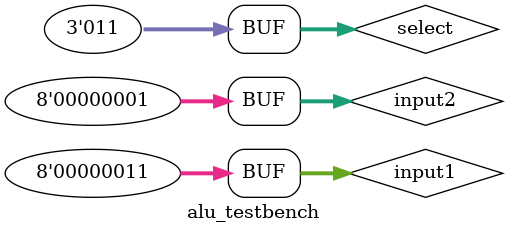
<source format=v>
module ALU(DATA1,DATA2,SELECT,RESULT);
    
    //inputs,outputs and internal variables declared here
    input [7:0] DATA1,DATA2;
    input [2:0] SELECT;
    output [7:0] RESULT;
    wire [7:0] operand1,operand2;
    reg [7:0] out;
    
    //Assign A and B to internal variables for doing operations
    assign operand1 = DATA1;
    assign operand2 = DATA2;
    //Assign the output 
    assign RESULT = out;

    //Always block with inputs in the sensitivity list.
    always @(SELECT or operand1 or operand2)
    begin
        case (SELECT)
         0 : out = operand1 ;  //forward
         1 : out = operand1 + operand2; //addition
         2 : out = operand1 & operand2; //bitwise AND 
         3 : out = operand1 | operand2; //bitwise OR            
        endcase 
    end
    
endmodule


module alu_testbench;

    // Inputs
    reg [7:0] input1;
    reg [7:0] input2;
    reg [2:0] select;

    // Outputs
    wire [7:0] result;

    // Instantiate the ALU
    ALU my_alu (input1,  input2, select, result );
    
    initial begin
        // Apply inputs.
      $monitor("DATA1= %b, DATA2= %b, SELECT= %b, RESULT= %b\n",input1,input2,select,result);
        input1 = 8'b00000011;
        input2 = 8'b00000001;
        select = 0; #10 
        select = 1; #10 
        select = 2; #10 
        select = 3; 
        
    end

endmodule

</source>
